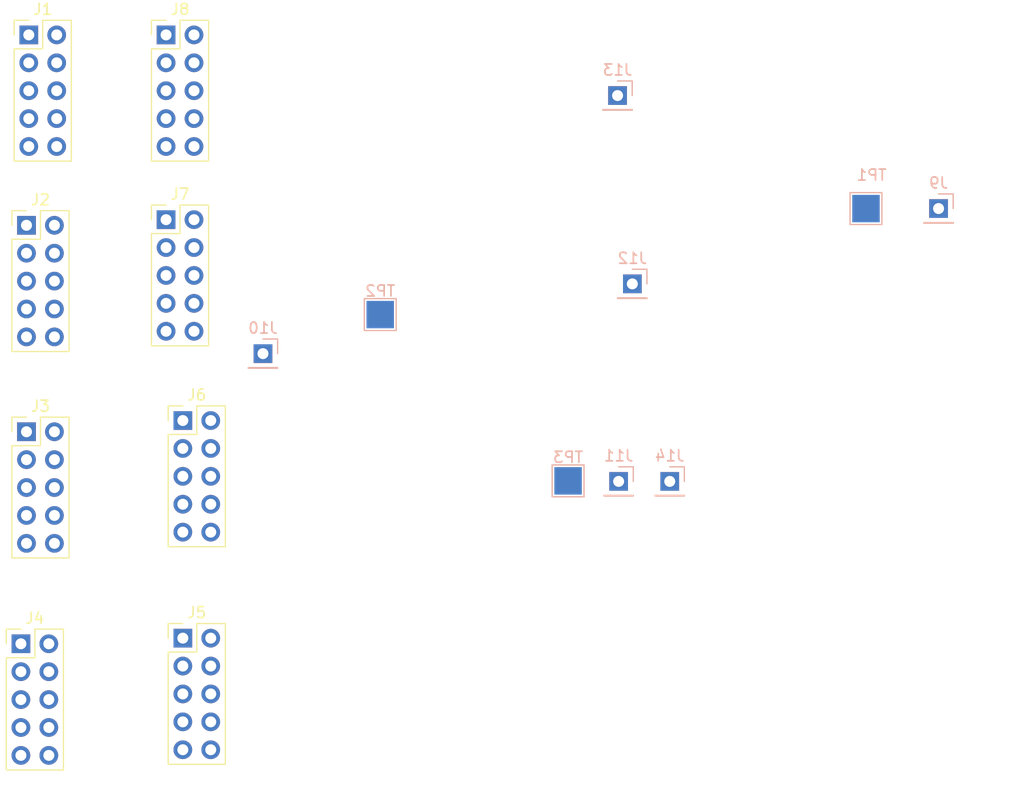
<source format=kicad_pcb>
(kicad_pcb (version 20211014) (generator pcbnew)
  (layers (0 "F.Cu" signal) (31 "B.Cu" signal) (34 "B.Paste" user) (35 "F.Paste" user) (36 "B.SilkS" user "B.Silkscreen") (37 "F.SilkS" user "F.Silkscreen") (38 "B.Mask" user) (39 "F.Mask" user) (44 "Edge.Cuts" user))
  (net 0 "")
  (net 5 "/SCL")
  (net 6 "/SDA")
  (net 10 "/GND")
  (footprint "HELIX:Perri_conn_2x5" (layer "F.Cu") (at 103.632 72.639)
    (fp_text reference "J7" (at 1.27 -2.33) (layer "F.SilkS"))
    (fp_text value "PERRI_7")
    (fp_line (start 1.27 1.27) (end 1.27 -1.33) (layer "F.SilkS") (width 0.12))
    (fp_line (start 1.27 -1.33) (end 3.87 -1.33) (layer "F.SilkS") (width 0.12))
    (fp_line (start -1.33 0) (end -1.33 -1.33) (layer "F.SilkS") (width 0.12))
    (fp_line (start -1.33 1.27) (end 1.27 1.27) (layer "F.SilkS") (width 0.12))
    (fp_line (start 3.87 -1.33) (end 3.87 11.49) (layer "F.SilkS") (width 0.12))
    (fp_line (start -1.33 1.27) (end -1.33 11.49) (layer "F.SilkS") (width 0.12))
    (fp_line (start -1.33 -1.33) (end 0 -1.33) (layer "F.SilkS") (width 0.12))
    (fp_line (start -1.33 11.49) (end 3.87 11.49) (layer "F.SilkS") (width 0.12))
    (pad "1" thru_hole rect (at 0 0) (size 1.7 1.7) (drill 1) (layers *.Cu *.Mask))
    (pad "2" thru_hole oval (at 0 2.54) (size 1.7 1.7) (drill 1) (layers *.Cu *.Mask))
    (pad "3" thru_hole oval (at 0 5.08) (size 1.7 1.7) (drill 1) (layers *.Cu *.Mask))
    (pad "4" thru_hole oval (at 0 7.62) (size 1.7 1.7) (drill 1) (layers *.Cu *.Mask))
    (pad "5" thru_hole oval (at 0 10.16) (size 1.7 1.7) (drill 1) (layers *.Cu *.Mask) (net 5 "/SCL"))
    (pad "6" thru_hole oval (at 2.54 10.16) (size 1.7 1.7) (drill 1) (layers *.Cu *.Mask) (net 6 "/SDA"))
    (pad "7" thru_hole oval (at 2.54 7.62) (size 1.7 1.7) (drill 1) (layers *.Cu *.Mask))
    (pad "8" thru_hole oval (at 2.54 5.08) (size 1.7 1.7) (drill 1) (layers *.Cu *.Mask))
    (pad "9" thru_hole oval (at 2.54 2.54) (size 1.7 1.7) (drill 1) (layers *.Cu *.Mask))
    (pad "10" thru_hole oval (at 2.54 0) (size 1.7 1.7) (drill 1) (layers *.Cu *.Mask) (net 10 "/GND"))
  )
  (footprint "HELIX:Perri_conn_2x5" (layer "F.Cu") (at 105.156 110.739)
    (fp_text reference "J5" (at 1.27 -2.33) (layer "F.SilkS"))
    (fp_text value "PERRI_5")
    (fp_line (start 1.27 -1.33) (end 3.87 -1.33) (layer "F.SilkS") (width 0.12))
    (fp_line (start 3.87 -1.33) (end 3.87 11.49) (layer "F.SilkS") (width 0.12))
    (fp_line (start -1.33 1.27) (end -1.33 11.49) (layer "F.SilkS") (width 0.12))
    (fp_line (start -1.33 1.27) (end 1.27 1.27) (layer "F.SilkS") (width 0.12))
    (fp_line (start -1.33 -1.33) (end 0 -1.33) (layer "F.SilkS") (width 0.12))
    (fp_line (start 1.27 1.27) (end 1.27 -1.33) (layer "F.SilkS") (width 0.12))
    (fp_line (start -1.33 11.49) (end 3.87 11.49) (layer "F.SilkS") (width 0.12))
    (fp_line (start -1.33 0) (end -1.33 -1.33) (layer "F.SilkS") (width 0.12))
    (pad "1" thru_hole rect (at 0 0) (size 1.7 1.7) (drill 1) (layers *.Cu *.Mask))
    (pad "2" thru_hole oval (at 0 2.54) (size 1.7 1.7) (drill 1) (layers *.Cu *.Mask))
    (pad "3" thru_hole oval (at 0 5.08) (size 1.7 1.7) (drill 1) (layers *.Cu *.Mask))
    (pad "4" thru_hole oval (at 0 7.62) (size 1.7 1.7) (drill 1) (layers *.Cu *.Mask))
    (pad "5" thru_hole oval (at 0 10.16) (size 1.7 1.7) (drill 1) (layers *.Cu *.Mask) (net 5 "/SCL"))
    (pad "6" thru_hole oval (at 2.54 10.16) (size 1.7 1.7) (drill 1) (layers *.Cu *.Mask) (net 6 "/SDA"))
    (pad "7" thru_hole oval (at 2.54 7.62) (size 1.7 1.7) (drill 1) (layers *.Cu *.Mask))
    (pad "8" thru_hole oval (at 2.54 5.08) (size 1.7 1.7) (drill 1) (layers *.Cu *.Mask))
    (pad "9" thru_hole oval (at 2.54 2.54) (size 1.7 1.7) (drill 1) (layers *.Cu *.Mask))
    (pad "10" thru_hole oval (at 2.54 0) (size 1.7 1.7) (drill 1) (layers *.Cu *.Mask) (net 10 "/GND"))
  )
  (footprint "HELIX:Perri_conn_2x5" (layer "F.Cu") (at 103.632 55.8192)
    (fp_text reference "J8" (at 1.27 -2.33) (layer "F.SilkS"))
    (fp_text value "PERRI_8")
    (fp_line (start -1.33 1.27) (end 1.27 1.27) (layer "F.SilkS") (width 0.12))
    (fp_line (start -1.33 11.49) (end 3.87 11.49) (layer "F.SilkS") (width 0.12))
    (fp_line (start -1.33 -1.33) (end 0 -1.33) (layer "F.SilkS") (width 0.12))
    (fp_line (start 3.87 -1.33) (end 3.87 11.49) (layer "F.SilkS") (width 0.12))
    (fp_line (start 1.27 -1.33) (end 3.87 -1.33) (layer "F.SilkS") (width 0.12))
    (fp_line (start 1.27 1.27) (end 1.27 -1.33) (layer "F.SilkS") (width 0.12))
    (fp_line (start -1.33 1.27) (end -1.33 11.49) (layer "F.SilkS") (width 0.12))
    (fp_line (start -1.33 0) (end -1.33 -1.33) (layer "F.SilkS") (width 0.12))
    (pad "1" thru_hole rect (at 0 0) (size 1.7 1.7) (drill 1) (layers *.Cu *.Mask))
    (pad "2" thru_hole oval (at 0 2.54) (size 1.7 1.7) (drill 1) (layers *.Cu *.Mask))
    (pad "3" thru_hole oval (at 0 5.08) (size 1.7 1.7) (drill 1) (layers *.Cu *.Mask))
    (pad "4" thru_hole oval (at 0 7.62) (size 1.7 1.7) (drill 1) (layers *.Cu *.Mask))
    (pad "5" thru_hole oval (at 0 10.16) (size 1.7 1.7) (drill 1) (layers *.Cu *.Mask) (net 5 "/SCL"))
    (pad "6" thru_hole oval (at 2.54 10.16) (size 1.7 1.7) (drill 1) (layers *.Cu *.Mask) (net 6 "/SDA"))
    (pad "7" thru_hole oval (at 2.54 7.62) (size 1.7 1.7) (drill 1) (layers *.Cu *.Mask))
    (pad "8" thru_hole oval (at 2.54 5.08) (size 1.7 1.7) (drill 1) (layers *.Cu *.Mask))
    (pad "9" thru_hole oval (at 2.54 2.54) (size 1.7 1.7) (drill 1) (layers *.Cu *.Mask))
    (pad "10" thru_hole oval (at 2.54 0) (size 1.7 1.7) (drill 1) (layers *.Cu *.Mask) (net 10 "/GND"))
  )
  (footprint "HELIX:Perri_conn_2x5" (layer "F.Cu") (at 90.932 91.948)
    (fp_text reference "J3" (at 1.27 -2.33) (layer "F.SilkS"))
    (fp_text value "PERRI_3")
    (fp_line (start 1.27 1.27) (end 1.27 -1.33) (layer "F.SilkS") (width 0.12))
    (fp_line (start -1.33 0) (end -1.33 -1.33) (layer "F.SilkS") (width 0.12))
    (fp_line (start 3.87 -1.33) (end 3.87 11.49) (layer "F.SilkS") (width 0.12))
    (fp_line (start 1.27 -1.33) (end 3.87 -1.33) (layer "F.SilkS") (width 0.12))
    (fp_line (start -1.33 11.49) (end 3.87 11.49) (layer "F.SilkS") (width 0.12))
    (fp_line (start -1.33 -1.33) (end 0 -1.33) (layer "F.SilkS") (width 0.12))
    (fp_line (start -1.33 1.27) (end 1.27 1.27) (layer "F.SilkS") (width 0.12))
    (fp_line (start -1.33 1.27) (end -1.33 11.49) (layer "F.SilkS") (width 0.12))
    (pad "1" thru_hole rect (at 0 0) (size 1.7 1.7) (drill 1) (layers *.Cu *.Mask))
    (pad "2" thru_hole oval (at 0 2.54) (size 1.7 1.7) (drill 1) (layers *.Cu *.Mask))
    (pad "3" thru_hole oval (at 0 5.08) (size 1.7 1.7) (drill 1) (layers *.Cu *.Mask))
    (pad "4" thru_hole oval (at 0 7.62) (size 1.7 1.7) (drill 1) (layers *.Cu *.Mask))
    (pad "5" thru_hole oval (at 0 10.16) (size 1.7 1.7) (drill 1) (layers *.Cu *.Mask) (net 5 "/SCL"))
    (pad "6" thru_hole oval (at 2.54 10.16) (size 1.7 1.7) (drill 1) (layers *.Cu *.Mask) (net 6 "/SDA"))
    (pad "7" thru_hole oval (at 2.54 7.62) (size 1.7 1.7) (drill 1) (layers *.Cu *.Mask))
    (pad "8" thru_hole oval (at 2.54 5.08) (size 1.7 1.7) (drill 1) (layers *.Cu *.Mask))
    (pad "9" thru_hole oval (at 2.54 2.54) (size 1.7 1.7) (drill 1) (layers *.Cu *.Mask))
    (pad "10" thru_hole oval (at 2.54 0) (size 1.7 1.7) (drill 1) (layers *.Cu *.Mask) (net 10 "/GND"))
  )
  (footprint "HELIX:Perri_conn_2x5" (layer "F.Cu") (at 105.156 90.927)
    (fp_text reference "J6" (at 1.27 -2.33) (layer "F.SilkS"))
    (fp_text value "PERRI_6")
    (fp_line (start -1.33 11.49) (end 3.87 11.49) (layer "F.SilkS") (width 0.12))
    (fp_line (start -1.33 0) (end -1.33 -1.33) (layer "F.SilkS") (width 0.12))
    (fp_line (start 3.87 -1.33) (end 3.87 11.49) (layer "F.SilkS") (width 0.12))
    (fp_line (start 1.27 -1.33) (end 3.87 -1.33) (layer "F.SilkS") (width 0.12))
    (fp_line (start 1.27 1.27) (end 1.27 -1.33) (layer "F.SilkS") (width 0.12))
    (fp_line (start -1.33 -1.33) (end 0 -1.33) (layer "F.SilkS") (width 0.12))
    (fp_line (start -1.33 1.27) (end 1.27 1.27) (layer "F.SilkS") (width 0.12))
    (fp_line (start -1.33 1.27) (end -1.33 11.49) (layer "F.SilkS") (width 0.12))
    (pad "1" thru_hole rect (at 0 0) (size 1.7 1.7) (drill 1) (layers *.Cu *.Mask))
    (pad "2" thru_hole oval (at 0 2.54) (size 1.7 1.7) (drill 1) (layers *.Cu *.Mask))
    (pad "3" thru_hole oval (at 0 5.08) (size 1.7 1.7) (drill 1) (layers *.Cu *.Mask))
    (pad "4" thru_hole oval (at 0 7.62) (size 1.7 1.7) (drill 1) (layers *.Cu *.Mask))
    (pad "5" thru_hole oval (at 0 10.16) (size 1.7 1.7) (drill 1) (layers *.Cu *.Mask) (net 5 "/SCL"))
    (pad "6" thru_hole oval (at 2.54 10.16) (size 1.7 1.7) (drill 1) (layers *.Cu *.Mask) (net 6 "/SDA"))
    (pad "7" thru_hole oval (at 2.54 7.62) (size 1.7 1.7) (drill 1) (layers *.Cu *.Mask))
    (pad "8" thru_hole oval (at 2.54 5.08) (size 1.7 1.7) (drill 1) (layers *.Cu *.Mask))
    (pad "9" thru_hole oval (at 2.54 2.54) (size 1.7 1.7) (drill 1) (layers *.Cu *.Mask))
    (pad "10" thru_hole oval (at 2.54 0) (size 1.7 1.7) (drill 1) (layers *.Cu *.Mask) (net 10 "/GND"))
  )
  (footprint "HELIX:Perri_conn_2x5" (layer "F.Cu") (at 91.1402 55.8192)
    (fp_text reference "J1" (at 1.27 -2.33) (layer "F.SilkS"))
    (fp_text value "PERRI_1")
    (fp_line (start 3.87 -1.33) (end 3.87 11.49) (layer "F.SilkS") (width 0.12))
    (fp_line (start 1.27 -1.33) (end 3.87 -1.33) (layer "F.SilkS") (width 0.12))
    (fp_line (start 1.27 1.27) (end 1.27 -1.33) (layer "F.SilkS") (width 0.12))
    (fp_line (start -1.33 -1.33) (end 0 -1.33) (layer "F.SilkS") (width 0.12))
    (fp_line (start -1.33 1.27) (end -1.33 11.49) (layer "F.SilkS") (width 0.12))
    (fp_line (start -1.33 0) (end -1.33 -1.33) (layer "F.SilkS") (width 0.12))
    (fp_line (start -1.33 1.27) (end 1.27 1.27) (layer "F.SilkS") (width 0.12))
    (fp_line (start -1.33 11.49) (end 3.87 11.49) (layer "F.SilkS") (width 0.12))
    (pad "1" thru_hole rect (at 0 0) (size 1.7 1.7) (drill 1) (layers *.Cu *.Mask))
    (pad "2" thru_hole oval (at 0 2.54) (size 1.7 1.7) (drill 1) (layers *.Cu *.Mask))
    (pad "3" thru_hole oval (at 0 5.08) (size 1.7 1.7) (drill 1) (layers *.Cu *.Mask))
    (pad "4" thru_hole oval (at 0 7.62) (size 1.7 1.7) (drill 1) (layers *.Cu *.Mask))
    (pad "5" thru_hole oval (at 0 10.16) (size 1.7 1.7) (drill 1) (layers *.Cu *.Mask) (net 5 "/SCL"))
    (pad "6" thru_hole oval (at 2.54 10.16) (size 1.7 1.7) (drill 1) (layers *.Cu *.Mask) (net 6 "/SDA"))
    (pad "7" thru_hole oval (at 2.54 7.62) (size 1.7 1.7) (drill 1) (layers *.Cu *.Mask))
    (pad "8" thru_hole oval (at 2.54 5.08) (size 1.7 1.7) (drill 1) (layers *.Cu *.Mask))
    (pad "9" thru_hole oval (at 2.54 2.54) (size 1.7 1.7) (drill 1) (layers *.Cu *.Mask))
    (pad "10" thru_hole oval (at 2.54 0) (size 1.7 1.7) (drill 1) (layers *.Cu *.Mask) (net 10 "/GND"))
  )
  (footprint "HELIX:Perri_conn_2x5" (layer "F.Cu") (at 90.932 73.152)
    (fp_text reference "J2" (at 1.27 -2.33) (layer "F.SilkS"))
    (fp_text value "PERRI_2")
    (fp_line (start -1.33 1.27) (end -1.33 11.49) (layer "F.SilkS") (width 0.12))
    (fp_line (start -1.33 -1.33) (end 0 -1.33) (layer "F.SilkS") (width 0.12))
    (fp_line (start 1.27 -1.33) (end 3.87 -1.33) (layer "F.SilkS") (width 0.12))
    (fp_line (start 3.87 -1.33) (end 3.87 11.49) (layer "F.SilkS") (width 0.12))
    (fp_line (start -1.33 1.27) (end 1.27 1.27) (layer "F.SilkS") (width 0.12))
    (fp_line (start -1.33 0) (end -1.33 -1.33) (layer "F.SilkS") (width 0.12))
    (fp_line (start 1.27 1.27) (end 1.27 -1.33) (layer "F.SilkS") (width 0.12))
    (fp_line (start -1.33 11.49) (end 3.87 11.49) (layer "F.SilkS") (width 0.12))
    (pad "1" thru_hole rect (at 0 0) (size 1.7 1.7) (drill 1) (layers *.Cu *.Mask))
    (pad "2" thru_hole oval (at 0 2.54) (size 1.7 1.7) (drill 1) (layers *.Cu *.Mask))
    (pad "3" thru_hole oval (at 0 5.08) (size 1.7 1.7) (drill 1) (layers *.Cu *.Mask))
    (pad "4" thru_hole oval (at 0 7.62) (size 1.7 1.7) (drill 1) (layers *.Cu *.Mask))
    (pad "5" thru_hole oval (at 0 10.16) (size 1.7 1.7) (drill 1) (layers *.Cu *.Mask) (net 5 "/SCL"))
    (pad "6" thru_hole oval (at 2.54 10.16) (size 1.7 1.7) (drill 1) (layers *.Cu *.Mask) (net 6 "/SDA"))
    (pad "7" thru_hole oval (at 2.54 7.62) (size 1.7 1.7) (drill 1) (layers *.Cu *.Mask))
    (pad "8" thru_hole oval (at 2.54 5.08) (size 1.7 1.7) (drill 1) (layers *.Cu *.Mask))
    (pad "9" thru_hole oval (at 2.54 2.54) (size 1.7 1.7) (drill 1) (layers *.Cu *.Mask))
    (pad "10" thru_hole oval (at 2.54 0) (size 1.7 1.7) (drill 1) (layers *.Cu *.Mask) (net 10 "/GND"))
  )
  (footprint "HELIX:Perri_conn_2x5" (layer "F.Cu") (at 90.424 111.252)
    (fp_text reference "J4" (at 1.27 -2.33) (layer "F.SilkS"))
    (fp_text value "PERRI_4")
    (fp_line (start 3.87 -1.33) (end 3.87 11.49) (layer "F.SilkS") (width 0.12))
    (fp_line (start -1.33 0) (end -1.33 -1.33) (layer "F.SilkS") (width 0.12))
    (fp_line (start -1.33 11.49) (end 3.87 11.49) (layer "F.SilkS") (width 0.12))
    (fp_line (start -1.33 1.27) (end 1.27 1.27) (layer "F.SilkS") (width 0.12))
    (fp_line (start 1.27 1.27) (end 1.27 -1.33) (layer "F.SilkS") (width 0.12))
    (fp_line (start 1.27 -1.33) (end 3.87 -1.33) (layer "F.SilkS") (width 0.12))
    (fp_line (start -1.33 1.27) (end -1.33 11.49) (layer "F.SilkS") (width 0.12))
    (fp_line (start -1.33 -1.33) (end 0 -1.33) (layer "F.SilkS") (width 0.12))
    (pad "1" thru_hole rect (at 0 0) (size 1.7 1.7) (drill 1) (layers *.Cu *.Mask))
    (pad "2" thru_hole oval (at 0 2.54) (size 1.7 1.7) (drill 1) (layers *.Cu *.Mask))
    (pad "3" thru_hole oval (at 0 5.08) (size 1.7 1.7) (drill 1) (layers *.Cu *.Mask))
    (pad "4" thru_hole oval (at 0 7.62) (size 1.7 1.7) (drill 1) (layers *.Cu *.Mask))
    (pad "5" thru_hole oval (at 0 10.16) (size 1.7 1.7) (drill 1) (layers *.Cu *.Mask) (net 5 "/SCL"))
    (pad "6" thru_hole oval (at 2.54 10.16) (size 1.7 1.7) (drill 1) (layers *.Cu *.Mask) (net 6 "/SDA"))
    (pad "7" thru_hole oval (at 2.54 7.62) (size 1.7 1.7) (drill 1) (layers *.Cu *.Mask))
    (pad "8" thru_hole oval (at 2.54 5.08) (size 1.7 1.7) (drill 1) (layers *.Cu *.Mask))
    (pad "9" thru_hole oval (at 2.54 2.54) (size 1.7 1.7) (drill 1) (layers *.Cu *.Mask))
    (pad "10" thru_hole oval (at 2.54 0) (size 1.7 1.7) (drill 1) (layers *.Cu *.Mask) (net 10 "/GND"))
  )
  (footprint "TestPoint:TestPoint_Pad_2.5x2.5mm" (layer "B.Cu") (at 140.207104 96.4192 180)
    (fp_text reference "TP3" (at 0 2.148) (layer "B.SilkS") (effects (justify mirror)))
    (fp_text value "SCL_Test")
    (fp_line (start -1.45 1.45) (end 1.45 1.45) (layer "B.SilkS") (width 0.12))
    (fp_line (start 1.45 1.45) (end 1.45 -1.45) (layer "B.SilkS") (width 0.12))
    (fp_line (start 1.45 -1.45) (end -1.45 -1.45) (layer "B.SilkS") (width 0.12))
    (fp_line (start -1.45 -1.45) (end -1.45 1.45) (layer "B.SilkS") (width 0.12))
    (pad "1" smd rect (at 0 0 180) (size 2.5 2.5) (layers "B.Cu" "B.Mask") (net 10 "/GND"))
  )
  (footprint "TestPoint:TestPoint_Pad_2.5x2.5mm" (layer "B.Cu") (at 123.115504 81.28 180)
    (fp_text reference "TP2" (at 0 2.148) (layer "B.SilkS") (effects (justify mirror)))
    (fp_text value "SCL_Test")
    (fp_line (start -1.45 1.45) (end 1.45 1.45) (layer "B.SilkS") (width 0.12))
    (fp_line (start -1.45 -1.45) (end -1.45 1.45) (layer "B.SilkS") (width 0.12))
    (fp_line (start 1.45 -1.45) (end -1.45 -1.45) (layer "B.SilkS") (width 0.12))
    (fp_line (start 1.45 1.45) (end 1.45 -1.45) (layer "B.SilkS") (width 0.12))
    (pad "1" smd rect (at 0 0 180) (size 2.5 2.5) (layers "B.Cu" "B.Mask") (net 6 "/SDA"))
  )
  (footprint "Connector_PinHeader_2.54mm:PinHeader_1x01_P2.54mm_Vertical" (layer "B.Cu") (at 112.447504 84.836 180)
    (fp_text reference "J10" (at 0 2.33) (layer "B.SilkS") (effects (justify mirror)))
    (fp_text value "SCL_Microcontroller")
    (fp_line (start 1.33 -1.27) (end 1.33 -1.33) (layer "B.SilkS") (width 0.12))
    (fp_line (start -1.33 1.33) (end 0 1.33) (layer "B.SilkS") (width 0.12))
    (fp_line (start -1.33 -1.27) (end 1.33 -1.27) (layer "B.SilkS") (width 0.12))
    (fp_line (start -1.33 -1.33) (end 1.33 -1.33) (layer "B.SilkS") (width 0.12))
    (fp_line (start -1.33 0) (end -1.33 1.33) (layer "B.SilkS") (width 0.12))
    (fp_line (start -1.33 -1.27) (end -1.33 -1.33) (layer "B.SilkS") (width 0.12))
    (pad "1" thru_hole rect (at 0 0 180) (size 1.7 1.7) (drill 1) (layers *.Cu *.Mask) (net 5 "/SCL"))
  )
  (footprint "Connector_PinHeader_2.54mm:PinHeader_1x01_P2.54mm_Vertical" (layer "B.Cu") (at 149.457104 96.4692 180)
    (fp_text reference "J14" (at 0 2.33) (layer "B.SilkS") (effects (justify mirror)))
    (fp_text value "SCL_Microcontroller")
    (fp_line (start -1.33 -1.27) (end 1.33 -1.27) (layer "B.SilkS") (width 0.12))
    (fp_line (start -1.33 -1.33) (end 1.33 -1.33) (layer "B.SilkS") (width 0.12))
    (fp_line (start 1.33 -1.27) (end 1.33 -1.33) (layer "B.SilkS") (width 0.12))
    (fp_line (start -1.33 -1.27) (end -1.33 -1.33) (layer "B.SilkS") (width 0.12))
    (fp_line (start -1.33 0) (end -1.33 1.33) (layer "B.SilkS") (width 0.12))
    (fp_line (start -1.33 1.33) (end 0 1.33) (layer "B.SilkS") (width 0.12))
    (pad "1" thru_hole rect (at 0 0 180) (size 1.7 1.7) (drill 1) (layers *.Cu *.Mask) (net 10 "/GND"))
  )
  (footprint "Connector_PinHeader_2.54mm:PinHeader_1x01_P2.54mm_Vertical" (layer "B.Cu") (at 144.709104 61.341 180)
    (fp_text reference "J13" (at 0 2.33) (layer "B.SilkS") (effects (justify mirror)))
    (fp_text value "Conn_01x01_Male")
    (fp_line (start -1.33 -1.33) (end 1.33 -1.33) (layer "B.SilkS") (width 0.12))
    (fp_line (start -1.33 1.33) (end 0 1.33) (layer "B.SilkS") (width 0.12))
    (fp_line (start 1.33 -1.27) (end 1.33 -1.33) (layer "B.SilkS") (width 0.12))
    (fp_line (start -1.33 0) (end -1.33 1.33) (layer "B.SilkS") (width 0.12))
    (fp_line (start -1.33 -1.27) (end -1.33 -1.33) (layer "B.SilkS") (width 0.12))
    (fp_line (start -1.33 -1.27) (end 1.33 -1.27) (layer "B.SilkS") (width 0.12))
    (pad "1" thru_hole rect (at 0 0 180) (size 1.7 1.7) (drill 1) (layers *.Cu *.Mask) (net 10 "/GND"))
  )
  (footprint "Connector_PinHeader_2.54mm:PinHeader_1x01_P2.54mm_Vertical" (layer "B.Cu") (at 144.807104 96.4692 180)
    (fp_text reference "J11" (at 0 2.33) (layer "B.SilkS") (effects (justify mirror)))
    (fp_text value "Conn_01x01_Male")
    (fp_line (start -1.33 0) (end -1.33 1.33) (layer "B.SilkS") (width 0.12))
    (fp_line (start -1.33 -1.27) (end -1.33 -1.33) (layer "B.SilkS") (width 0.12))
    (fp_line (start -1.33 -1.27) (end 1.33 -1.27) (layer "B.SilkS") (width 0.12))
    (fp_line (start 1.33 -1.27) (end 1.33 -1.33) (layer "B.SilkS") (width 0.12))
    (fp_line (start -1.33 1.33) (end 0 1.33) (layer "B.SilkS") (width 0.12))
    (fp_line (start -1.33 -1.33) (end 1.33 -1.33) (layer "B.SilkS") (width 0.12))
    (pad "1" thru_hole rect (at 0 0 180) (size 1.7 1.7) (drill 1) (layers *.Cu *.Mask) (net 6 "/SDA"))
  )
  (footprint "TestPoint:TestPoint_Pad_2.5x2.5mm" (layer "B.Cu") (at 167.311504 71.628 180)
    (fp_text reference "TP1" (at -0.508 3.048) (layer "B.SilkS") (effects (justify mirror)))
    (fp_text value "SCL_Test")
    (fp_line (start 1.45 1.45) (end 1.45 -1.45) (layer "B.SilkS") (width 0.12))
    (fp_line (start 1.45 -1.45) (end -1.45 -1.45) (layer "B.SilkS") (width 0.12))
    (fp_line (start -1.45 1.45) (end 1.45 1.45) (layer "B.SilkS") (width 0.12))
    (fp_line (start -1.45 -1.45) (end -1.45 1.45) (layer "B.SilkS") (width 0.12))
    (pad "1" smd rect (at 0 0 180) (size 2.5 2.5) (layers "B.Cu" "B.Mask") (net 5 "/SCL"))
  )
  (footprint "Connector_PinHeader_2.54mm:PinHeader_1x01_P2.54mm_Vertical" (layer "B.Cu") (at 146.053504 78.486 180)
    (fp_text reference "J12" (at 0 2.33) (layer "B.SilkS") (effects (justify mirror)))
    (fp_text value "SCL_Microcontroller")
    (fp_line (start -1.33 1.33) (end 0 1.33) (layer "B.SilkS") (width 0.12))
    (fp_line (start -1.33 0) (end -1.33 1.33) (layer "B.SilkS") (width 0.12))
    (fp_line (start -1.33 -1.27) (end -1.33 -1.33) (layer "B.SilkS") (width 0.12))
    (fp_line (start -1.33 -1.27) (end 1.33 -1.27) (layer "B.SilkS") (width 0.12))
    (fp_line (start -1.33 -1.33) (end 1.33 -1.33) (layer "B.SilkS") (width 0.12))
    (fp_line (start 1.33 -1.27) (end 1.33 -1.33) (layer "B.SilkS") (width 0.12))
    (pad "1" thru_hole rect (at 0 0 180) (size 1.7 1.7) (drill 1) (layers *.Cu *.Mask) (net 6 "/SDA"))
  )
  (footprint "Connector_PinHeader_2.54mm:PinHeader_1x01_P2.54mm_Vertical" (layer "B.Cu") (at 173.915504 71.628 180)
    (fp_text reference "J9" (at 0 2.33) (layer "B.SilkS") (effects (justify mirror)))
    (fp_text value "Conn_01x01_Male")
    (fp_line (start -1.33 -1.33) (end 1.33 -1.33) (layer "B.SilkS") (width 0.12))
    (fp_line (start 1.33 -1.27) (end 1.33 -1.33) (layer "B.SilkS") (width 0.12))
    (fp_line (start -1.33 -1.27) (end 1.33 -1.27) (layer "B.SilkS") (width 0.12))
    (fp_line (start -1.33 -1.27) (end -1.33 -1.33) (layer "B.SilkS") (width 0.12))
    (fp_line (start -1.33 0) (end -1.33 1.33) (layer "B.SilkS") (width 0.12))
    (fp_line (start -1.33 1.33) (end 0 1.33) (layer "B.SilkS") (width 0.12))
    (pad "1" thru_hole rect (at 0 0 180) (size 1.7 1.7) (drill 1) (layers *.Cu *.Mask) (net 5 "/SCL"))
  )
)
</source>
